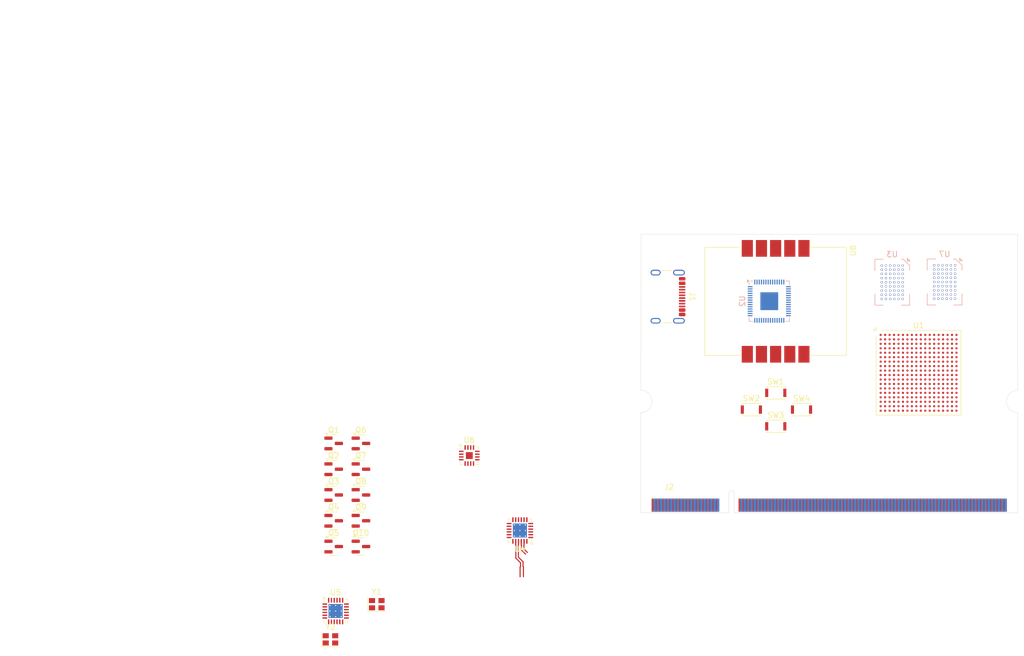
<source format=kicad_pcb>
(kicad_pcb (version 20241229) (generator "pcbnew") (generator_version "9.0")
  (layers (0 "F.Cu" signal) (4 "In1.Cu" signal) (6 "In2.Cu" signal) (8 "In3.Cu" signal) (10 "In4.Cu" signal) (2 "B.Cu" signal) (13 "F.Paste" user) (15 "B.Paste" user) (5 "F.SilkS" user "F.Silkscreen") (7 "B.SilkS" user "B.Silkscreen") (1 "F.Mask" user) (3 "B.Mask" user) (25 "Edge.Cuts" user))
  (net 0 "")
  (net 1 "Net-(U1B-VDD_WA-PadN5)")
  (net 2 "Net-(U1G-VDD-PadF9)")
  (net 4 "Net-(U1D-VDD_EB-PadA16)")
  (net 6 "Net-(U1C-VDD_NA-PadA5)")
  (net 16 "Net-(U1C-VDD_NB-PadB10)")
  (net 19 "Net-(U1F-VDD_WC-PadA2)")
  (net 32 "Net-(U1D-VDD_EA-PadG14)")
  (net 38 "Net-(U1E-VDD_SA-PadP10)")
  (net 52 "Net-(U1E-VDD_SB-PadN11)")
  (net 67 "Net-(U1F-VDD_WB-PadH5)")
  (net 74 "Net-(U1G-VDD_SER-PadU12)")
  (net 135 "Net-(U2-IOVDD-Pad1)")
  (net 140 "Net-(U2-DVDD-Pad23)")
  (net 186 "Net-(J1-VBUS-PadA4)")
  (net 210 "/Root/ETHERNET1/RXP")
  (net 215 "/Root/ETHERNET/TXN")
  (net 221 "/Root/ETHERNET/LED1{slash}REGOFF")
  (net 225 "/Root/ETHERNET/TXP")
  (net 264 "/Root/ETHERNET1/TXN")
  (net 282 "/Root/ETHERNET1/TXP")
  (net 293 "/Root/ETHERNET/LED2{slash}~{INTSEL}")
  (net 334 "/Root/ETHERNET1/RXN")
  (net 347 "/Root/ETHERNET1/LED1{slash}REGOFF")
  (net 348 "/Root/ETHERNET/RXP")
  (net 363 "/Root/ETHERNET1/LED2{slash}~{INTSEL}")
  (net 370 "/Root/ETHERNET/RXN")
  (net 385 "GND")
  (net 386 "+1V8")
  (net 387 "/Root/ETHERNET/~{INT}{slash}REFCLKO")
  (net 388 "/Root/ETHERNET/RXER{slash}PHYAD0")
  (net 389 "/Root/ETHERNET/MDIO")
  (net 390 "/Root/ETHERNET/CRS_DV{slash}MODE2")
  (net 391 "/Root/ETHERNET/RXD0{slash}MODE0")
  (net 392 "/Root/ETHERNET/RXD1{slash}MODE1")
  (net 393 "/Root/ETHERNET/MDC")
  (net 394 "+1V2")
  (net 395 "/Root/ETHERNET/~{RST}")
  (net 396 "+3V3A")
  (net 397 "/Root/ETHERNET/TXD1")
  (net 398 "/Root/ETHERNET/TXD0")
  (net 399 "/Root/ETHERNET/TXEN")
  (net 400 "Net-(U4-RBIAS)")
  (net 401 "/Root/ETHERNET1/MDIO")
  (net 402 "/Root/ETHERNET1/TXEN")
  (net 404 "/Root/ETHERNET1/MDC")
  (net 405 "/Root/ETHERNET1/CRS_DV{slash}MODE2")
  (net 406 "/Root/ETHERNET1/~{RST}")
  (net 407 "/Root/ETHERNET1/RXER{slash}PHYAD0")
  (net 408 "/Root/ETHERNET1/~{INT}{slash}REFCLKO")
  (net 409 "/Root/ETHERNET1/RXD1{slash}MODE1")
  (net 410 "/Root/ETHERNET1/TXD0")
  (net 411 "/Root/ETHERNET1/TXD1")
  (net 412 "Net-(U4-LED2{slash}~{INTSEL})")
  (net 413 "/Root/ETHERNET1/RXD0{slash}MODE0")
  (net 414 "Net-(U4-XTAL1{slash}CLKIN)")
  (net 415 "Net-(U4-LED1{slash}REGOFF)")
  (net 416 "Net-(Y1-OUT)")
  (net 417 "Net-(Y2-OUT)")
  (net 418 "unconnected-(U3-NC-PadJ5)")
  (net 419 "unconnected-(U3-NC-PadJ6)")
  (net 420 "unconnected-(U3-NC-PadJ4)")
  (net 421 "unconnected-(U3-NC-PadE3)")
  (net 422 "Net-(U5-RBIAS)")
  (net 424 "Net-(U5-LED2{slash}~{INTSEL})")
  (net 425 "Net-(U5-XTAL1{slash}CLKIN)")
  (net 426 "Net-(U5-LED1{slash}REGOFF)")
  (net 427 "Net-(U6-GND-Pad11)")
  (net 432 "Net-(U6-VDD-Pad7)")
  (net 441 "unconnected-(U7-NC-PadJ4)")
  (net 442 "unconnected-(U7-NC-PadE3)")
  (net 443 "unconnected-(U7-NC-PadJ5)")
  (net 444 "unconnected-(U7-NC-PadJ6)")
  (net 445 "/Root/FPGA/A17")
  (net 446 "/Root/FPGA/A18")
  (net 447 "/Root/FPGA/A3")
  (net 448 "/Root/FPGA/A0")
  (net 449 "/Root/FPGA/A11")
  (net 450 "/Root/FPGA/A13")
  (net 451 "/Root/FPGA/A10")
  (net 452 "/Root/FPGA/A12")
  (net 453 "/Root/FPGA/A15")
  (net 454 "/Root/FPGA/A2")
  (net 455 "/Root/FPGA/A14")
  (net 456 "/Root/FPGA/A20")
  (net 457 "/Root/FPGA/A9")
  (net 458 "/Root/FPGA/A19")
  (net 459 "/Root/FPGA/A6")
  (net 460 "/Root/FPGA/A4")
  (net 461 "/Root/FPGA/A16")
  (net 462 "/Root/FPGA/A1")
  (net 463 "/Root/FPGA/A8")
  (net 464 "/Root/FPGA/A7")
  (net 465 "/Root/FPGA/A5")
  (net 466 "/Root/FPGA/DQ12")
  (net 467 "/Root/FPGA/DQ2")
  (net 468 "/Root/FPGA/~{UB}")
  (net 469 "/Root/FPGA/~{ADV}")
  (net 470 "/Root/FPGA/WAIT1")
  (net 471 "/Root/FPGA/DQ3")
  (net 472 "/Root/FPGA/DQ0")
  (net 473 "/Root/FPGA/~{LB}")
  (net 474 "/Root/FPGA/CLK")
  (net 475 "/Root/FPGA/DQ7")
  (net 476 "/Root/FPGA/DQ5")
  (net 477 "/Root/FPGA/WAIT0")
  (net 478 "/Root/FPGA/DQ4")
  (net 479 "/Root/FPGA/DQ15")
  (net 480 "/Root/FPGA/~{WE}")
  (net 481 "/Root/FPGA/DQ14")
  (net 482 "/Root/FPGA/~{OE}")
  (net 483 "/Root/FPGA/DQ9")
  (net 484 "/Root/FPGA/DQ13")
  (net 485 "/Root/FPGA/DQ1")
  (net 486 "/Root/FPGA/~{CE}")
  (net 487 "/Root/FPGA/DQ6")
  (net 488 "/Root/FPGA/CRE")
  (net 489 "/Root/FPGA/DQ10")
  (net 490 "/Root/FPGA/DQ11")
  (net 491 "/Root/FPGA/DQ8")
  (net 492 "Net-(J1-SHIELD)")
  (net 493 "Net-(J1-CC2)")
  (net 494 "Net-(J1-CC1)")
  (net 495 "Net-(Q1-G)")
  (net 496 "Net-(Q1-S)")
  (net 497 "Net-(Q1-D)")
  (net 498 "Net-(Q2-G)")
  (net 499 "Net-(Q2-S)")
  (net 500 "Net-(Q3-G)")
  (net 501 "Net-(Q3-S)")
  (net 502 "Net-(Q4-D)")
  (net 503 "Net-(Q4-S)")
  (net 504 "Net-(Q4-G)")
  (net 505 "Net-(Q5-S)")
  (net 506 "Net-(Q5-D)")
  (net 507 "Net-(Q5-G)")
  (net 508 "Net-(Q6-D)")
  (net 509 "Net-(Q6-S)")
  (net 510 "Net-(Q6-G)")
  (net 511 "Net-(Q7-S)")
  (net 512 "Net-(Q7-G)")
  (net 513 "Net-(Q7-D)")
  (net 514 "Net-(Q8-S)")
  (net 515 "Net-(Q8-G)")
  (net 516 "Net-(Q8-D)")
  (net 517 "Net-(Q9-G)")
  (net 518 "Net-(Q9-D)")
  (net 519 "Net-(Q9-S)")
  (net 520 "Net-(Q10-S)")
  (net 521 "Net-(Q10-G)")
  (net 522 "Net-(Q10-D)")
  (net 523 "/Root/FPGA/IO_WB_A3")
  (net 524 "/Root/FPGA/IO_WB_B3")
  (net 525 "/Root/FPGA/IO_WB_B2")
  (net 526 "/Root/FPGA/IO_WB_A2")
  (footprint "Package_TO_SOT_SMD:SOT-23" (layer "F.Cu") (at 139.9375 130.325)
    (property "Reference" "Q8")
    (property "Value" "BSS138")
  )
  (footprint "Package_TO_SOT_SMD:SOT-23" (layer "F.Cu") (at 135.0475 130.325)
    (property "Reference" "Q3")
    (property "Value" "BSS138")
  )
  (footprint "Package_TO_SOT_SMD:SOT-23" (layer "F.Cu") (at 135.0475 121.075)
    (property "Reference" "Q1")
    (property "Value" "BSS138")
  )
  (footprint "Button_Switch_SMD:SW_SPST_CK_KXT3" (layer "F.Cu") (at 210 115)
    (property "Reference" "SW2")
    (property "Value" "KXT 331 LHS")
  )
  (footprint "Connector_PCBEdge:SODIMM-200_1.8V_Card_edge" (layer "F.Cu") (at 192.325 132.15)
    (property "Reference" "J2")
    (property "Value" "SODIMM-200_Split")
    (fp_line (start -2.15 -20.625) (end -2.15 -24.025) (stroke (width 0.05)) (layer "Edge.Cuts"))
    (fp_line (start -2.15 1.375) (end -2.15 -16.625) (stroke (width 0.05)) (layer "Edge.Cuts"))
    (fp_line (start 13.6 1.375) (end -2.15 1.375) (stroke (width 0.05)) (layer "Edge.Cuts"))
    (fp_line (start 13.6 1.375) (end 13.6 -2.125) (stroke (width 0.05)) (layer "Edge.Cuts"))
    (fp_line (start 14.6 -2.125) (end 14.6 1.375) (stroke (width 0.05)) (layer "Edge.Cuts"))
    (fp_line (start 14.6 1.375) (end 65.45 1.375) (stroke (width 0.05)) (layer "Edge.Cuts"))
    (fp_line (start 65.45 -20.625) (end 65.45 -24.025) (stroke (width 0.05)) (layer "Edge.Cuts"))
    (fp_line (start 65.45 1.375) (end 65.45 -16.625) (stroke (width 0.05)) (layer "Edge.Cuts"))
    (fp_arc (start -2.15 -20.625) (mid -0.15 -18.625) (end -2.15 -16.625) (stroke (width 0.05)) (layer "Edge.Cuts"))
    (fp_arc (start 13.6 -2.125) (mid 14.1 -2.625) (end 14.6 -2.125) (stroke (width 0.05)) (layer "Edge.Cuts"))
    (fp_arc (start 65.45 -16.625) (mid 63.45 -18.625) (end 65.45 -20.625) (stroke (width 0.05)) (layer "Edge.Cuts"))
  )
  (footprint "Package_TO_SOT_SMD:SOT-23" (layer "F.Cu") (at 135.0475 134.95)
    (property "Reference" "Q4")
    (property "Value" "BSS138")
  )
  (footprint "Package_TO_SOT_SMD:SOT-23" (layer "F.Cu") (at 139.9375 139.575)
    (property "Reference" "Q10")
    (property "Value" "BSS138")
  )
  (footprint "Package_TO_SOT_SMD:SOT-23" (layer "F.Cu") (at 139.9375 134.95)
    (property "Reference" "Q9")
    (property "Value" "BSS138")
  )
  (footprint "Package_TO_SOT_SMD:SOT-23" (layer "F.Cu") (at 135.0475 125.7)
    (property "Reference" "Q2")
    (property "Value" "BSS138")
  )
  (footprint "Package_TO_SOT_SMD:SOT-23" (layer "F.Cu") (at 135.0475 139.575)
    (property "Reference" "Q5")
    (property "Value" "BSS138")
  )
  (footprint "Button_Switch_SMD:SW_SPST_CK_KXT3" (layer "F.Cu") (at 219 115)
    (property "Reference" "SW4")
    (property "Value" "KXT 331 LHS")
  )
  (footprint "Package_DFN_QFN:TQFN-16-1EP_3x3mm_P0.5mm_EP1.23x1.23mm" (layer "F.Cu") (at 159.3875 123.25)
    (property "Reference" "U6")
    (property "Value" "MAX98357B")
  )
  (footprint "Package_BGA:BGA-324_15.0x15.0mm_Layout18x18_P0.8mm_Ball0.45mm_Pad0.4mm_NSMD" (layer "F.Cu") (at 240 108.4)
    (property "Reference" "U1")
    (property "Value" "CCGM1A1")
  )
  (footprint "Package_DFN_QFN:VQFN-24-1EP_4x4mm_P0.5mm_EP2.5x2.5mm_ThermalVias" (layer "F.Cu") (at 135.4 151.15)
    (property "Reference" "U5")
    (property "Value" "LAN8742A-CZ-TR")
  )
  (footprint "Connector_USB:USB_C_Receptacle_GCT_USB4105-xx-A_16P_TopMnt_Horizontal" (layer "F.Cu") (at 193.895 94.74 -90)
    (property "Reference" "J1")
    (property "Value" "USB4105-GF-A")
  )
  (footprint "Package_TO_SOT_SMD:SOT-23" (layer "F.Cu") (at 139.9375 125.7)
    (property "Reference" "Q7")
    (property "Value" "BSS138")
  )
  (footprint "Button_Switch_SMD:SW_SPST_CK_KXT3" (layer "F.Cu") (at 214.375 118)
    (property "Reference" "SW3")
    (property "Value" "KXT 331 LHS")
  )
  (footprint "Package_TO_SOT_SMD:SOT-23" (layer "F.Cu") (at 139.9375 121.075)
    (property "Reference" "Q6")
    (property "Value" "BSS138")
  )
  (footprint "Oscillator:Oscillator_SMD_SeikoEpson_SG210-4Pin_2.5x2.0mm" (layer "F.Cu") (at 142.78 149.92)
    (property "Reference" "Y1")
    (property "Value" "SG-210STF 25.0000ML0")
  )
  (footprint "Display:HDSM-541B_HDSM-543B" (layer "F.Cu") (at 214.35 95.575 -90)
    (property "Reference" "U8")
    (property "Value" "HDSM-543B")
  )
  (footprint "Package_DFN_QFN:VQFN-24-1EP_4x4mm_P0.5mm_EP2.5x2.5mm_ThermalVias" (layer "F.Cu") (at 168.4625 136.7 180)
    (property "Reference" "U4")
    (property "Value" "LAN8742A-CZ-TR")
  )
  (footprint "Button_Switch_SMD:SW_SPST_CK_KXT3" (layer "F.Cu") (at 214.375 112)
    (property "Reference" "SW1")
    (property "Value" "KXT 331 LHS")
  )
  (footprint "Oscillator:Oscillator_SMD_SeikoEpson_SG210-4Pin_2.5x2.0mm" (layer "F.Cu") (at 134.47 156.23)
    (property "Reference" "Y2")
    (property "Value" "SG-210STF 25.0000ML0")
  )
  (footprint "Package_DFN_QFN:QFN-56-1EP_7x7mm_P0.4mm_EP3.2x3.2mm" (layer "B.Cu") (at 213.2125 95.55 -90)
    (property "Reference" "U2")
    (property "Value" "RP2040")
  )
  (footprint "Project_Library:BGA-54_6x9_6.0x8.0mm" (layer "B.Cu") (at 235.275 92.15 180)
    (property "Reference" "U3")
    (property "Value" "IS66WVC2M16EALL-7010BLI")
  )
  (footprint "Project_Library:BGA-54_6x9_6.0x8.0mm" (layer "B.Cu") (at 244.675 92.1075 180)
    (property "Reference" "U7")
    (property "Value" "IS66WVC2M16EALL-7010BLI")
  )
  (gr_line (start 257.8 83.525) (end 190.2 83.525) (stroke (width 0.05)) (layer "Edge.Cuts"))
  (gr_line (start 190.175 108.125) (end 190.2 83.525) (stroke (width 0.05)) (layer "Edge.Cuts"))
  (gr_line (start 257.775 108.125) (end 257.8 83.525) (stroke (width 0.05)) (layer "Edge.Cuts"))
  (segment (start 168.575 142.493198) (end 168.575 143.162499) (width 0.2) (layer "F.Cu") (net 215))
  (segment (start 167.7125 138.6375) (end 167.7125 139.293751) (width 0.2) (layer "F.Cu") (net 215))
  (segment (start 167.7125 139.293751) (end 167.7375 139.318751) (width 0.2) (layer "F.Cu") (net 215))
  (segment (start 168.575 143.162499) (end 168.5 143.237499) (width 0.2) (layer "F.Cu") (net 215))
  (segment (start 167.7375 139.318751) (end 167.7375 141.655698) (width 0.2) (layer "F.Cu") (net 215))
  (segment (start 167.7375 141.655698) (end 168.575 142.493198) (width 0.2) (layer "F.Cu") (net 215))
  (segment (start 168.5 143.237499) (end 168.5 145) (width 0.2) (layer "F.Cu") (net 215))
  (segment (start 168.1875 141.469302) (end 169.025 142.306802) (width 0.2) (layer "F.Cu") (net 225))
  (segment (start 169.1 143.237499) (end 169.1 145) (width 0.2) (layer "F.Cu") (net 225))
  (segment (start 168.2125 138.6375) (end 168.2125 139.293751) (width 0.2) (layer "F.Cu") (net 225))
  (segment (start 168.1875 139.318751) (end 168.1875 141.469302) (width 0.2) (layer "F.Cu") (net 225))
  (segment (start 168.2125 139.293751) (end 168.1875 139.318751) (width 0.2) (layer "F.Cu") (net 225))
  (segment (start 169.025 143.162499) (end 169.1 143.237499) (width 0.2) (layer "F.Cu") (net 225))
  (segment (start 169.025 142.306802) (end 169.025 143.162499) (width 0.2) (layer "F.Cu") (net 225))
  (segment (start 169.2125 139.293751) (end 169.1875 139.318751) (width 0.2) (layer "F.Cu") (net 348))
  (segment (start 169.2125 138.6375) (end 169.2125 139.293751) (width 0.2) (layer "F.Cu") (net 348))
  (segment (start 169.1875 140.019302) (end 169.809099 140.640901) (width 0.2) (layer "F.Cu") (net 348))
  (segment (start 169.1875 139.318751) (end 169.1875 140.019302) (width 0.2) (layer "F.Cu") (net 348))
  (segment (start 168.7125 139.293751) (end 168.7375 139.318751) (width 0.2) (layer "F.Cu") (net 370))
  (segment (start 168.7125 138.6375) (end 168.7125 139.293751) (width 0.2) (layer "F.Cu") (net 370))
  (segment (start 168.7375 140.205698) (end 169.490901 140.959099) (width 0.2) (layer "F.Cu") (net 370))
  (segment (start 168.7375 139.318751) (end 168.7375 140.205698) (width 0.2) (layer "F.Cu") (net 370))
  (via (at 237.15 91.4) (size 0.4) (drill 0.3) (layers "F.Cu" "B.Cu") (net 385))
  (via (at 233.4 92.15) (size 0.4) (drill 0.3) (layers "F.Cu" "B.Cu") (net 385))
  (via (at 242.8 92.1075) (size 0.4) (drill 0.3) (layers "F.Cu" "B.Cu") (net 385))
  (via (at 246.55 91.3575) (size 0.4) (drill 0.3) (layers "F.Cu" "B.Cu") (net 385))
  (via (at 233.4 91.4) (size 0.4) (drill 0.3) (layers "F.Cu" "B.Cu") (net 386))
  (via (at 237.15 92.15) (size 0.4) (drill 0.3) (layers "F.Cu" "B.Cu") (net 386))
  (via (at 246.55 92.1075) (size 0.4) (drill 0.3) (layers "F.Cu" "B.Cu") (net 386))
  (via (at 242.8 91.3575) (size 0.4) (drill 0.3) (layers "F.Cu" "B.Cu") (net 386))
  (via (at 234.15 95.15) (size 0.4) (drill 0.3) (layers "F.Cu" "B.Cu") (net 418))
  (via (at 233.4 95.15) (size 0.4) (drill 0.3) (layers "F.Cu" "B.Cu") (net 419))
  (via (at 234.9 95.15) (size 0.4) (drill 0.3) (layers "F.Cu" "B.Cu") (net 420))
  (via (at 235.65 92.15) (size 0.4) (drill 0.3) (layers "F.Cu" "B.Cu") (net 421))
  (via (at 244.3 95.1075) (size 0.4) (drill 0.3) (layers "F.Cu" "B.Cu") (net 441))
  (via (at 245.05 92.1075) (size 0.4) (drill 0.3) (layers "F.Cu" "B.Cu") (net 442))
  (via (at 243.55 95.1075) (size 0.4) (drill 0.3) (layers "F.Cu" "B.Cu") (net 443))
  (via (at 242.8 95.1075) (size 0.4) (drill 0.3) (layers "F.Cu" "B.Cu") (net 444))
  (via (at 245.05 91.3575) (size 0.4) (drill 0.3) (layers "F.Cu" "B.Cu") (net 445))
  (via (at 235.65 91.4) (size 0.4) (drill 0.3) (layers "F.Cu" "B.Cu") (net 445))
  (via (at 237.15 94.4) (size 0.4) (drill 0.3) (layers "F.Cu" "B.Cu") (net 446))
  (via (at 246.55 94.3575) (size 0.4) (drill 0.3) (layers "F.Cu" "B.Cu") (net 446))
  (via (at 245.05 89.8575) (size 0.4) (drill 0.3) (layers "F.Cu" "B.Cu") (net 447))
  (via (at 235.65 89.9) (size 0.4) (drill 0.3) (layers "F.Cu" "B.Cu") (net 447))
  (via (at 235.65 89.15) (size 0.4) (drill 0.3) (layers "F.Cu" "B.Cu") (net 448))
  (via (at 245.05 89.1075) (size 0.4) (drill 0.3) (layers "F.Cu" "B.Cu") (net 448))
  (via (at 243.55 94.3575) (size 0.4) (drill 0.3) (layers "F.Cu" "B.Cu") (net 449))
  (via (at 234.15 94.4) (size 0.4) (drill 0.3) (layers "F.Cu" "B.Cu") (net 449))
  (via (at 244.3 93.6075) (size 0.4) (drill 0.3) (layers "F.Cu" "B.Cu") (net 450))
  (via (at 234.9 93.65) (size 0.4) (drill 0.3) (layers "F.Cu" "B.Cu") (net 450))
  (via (at 234.9 94.4) (size 0.4) (drill 0.3) (layers "F.Cu" "B.Cu") (net 451))
  (via (at 244.3 94.3575) (size 0.4) (drill 0.3) (layers "F.Cu" "B.Cu") (net 451))
  (via (at 245.05 93.6075) (size 0.4) (drill 0.3) (layers "F.Cu" "B.Cu") (net 452))
  (via (at 235.65 93.65) (size 0.4) (drill 0.3) (layers "F.Cu" "B.Cu") (net 452))
  (via (at 244.3 92.8575) (size 0.4) (drill 0.3) (layers "F.Cu" "B.Cu") (net 453))
  (via (at 234.9 92.9) (size 0.4) (drill 0.3) (layers "F.Cu" "B.Cu") (net 453))
  (via (at 243.55 89.1075) (size 0.4) (drill 0.3) (layers "F.Cu" "B.Cu") (net 454))
  (via (at 234.15 89.15) (size 0.4) (drill 0.3) (layers "F.Cu" "B.Cu") (net 454))
  (via (at 245.05 92.8575) (size 0.4) (drill 0.3) (layers "F.Cu" "B.Cu") (net 455))
  (via (at 235.65 92.9) (size 0.4) (drill 0.3) (layers "F.Cu" "B.Cu") (net 455))
  (via (at 242.8 94.3575) (size 0.4) (drill 0.3) (layers "F.Cu" "B.Cu") (net 456))
  (via (at 233.4 94.4) (size 0.4) (drill 0.3) (layers "F.Cu" "B.Cu") (net 456))
  (via (at 245.05 94.3575) (size 0.4) (drill 0.3) (layers "F.Cu" "B.Cu") (net 457))
  (via (at 235.65 94.4) (size 0.4) (drill 0.3) (layers "F.Cu" "B.Cu") (net 457))
  (via (at 236.4 93.65) (size 0.4) (drill 0.3) (layers "F.Cu" "B.Cu") (net 458))
  (via (at 245.8 93.6075) (size 0.4) (drill 0.3) (layers "F.Cu" "B.Cu") (net 458))
  (via (at 234.9 90.65) (size 0.4) (drill 0.3) (layers "F.Cu" "B.Cu") (net 459))
  (via (at 244.3 90.6075) (size 0.4) (drill 0.3) (layers "F.Cu" "B.Cu") (net 459))
  (via (at 234.9 89.9) (size 0.4) (drill 0.3) (layers "F.Cu" "B.Cu") (net 460))
  (via (at 244.3 89.8575) (size 0.4) (drill 0.3) (layers "F.Cu" "B.Cu") (net 460))
  (via (at 234.9 92.15) (size 0.4) (drill 0.3) (layers "F.Cu" "B.Cu") (net 461))
  (via (at 244.3 92.1075) (size 0.4) (drill 0.3) (layers "F.Cu" "B.Cu") (net 461))
  (via (at 244.3 89.1075) (size 0.4) (drill 0.3) (layers "F.Cu" "B.Cu") (net 462))
  (via (at 234.9 89.15) (size 0.4) (drill 0.3) (layers "F.Cu" "B.Cu") (net 462))
  (via (at 245.8 94.3575) (size 0.4) (drill 0.3) (layers "F.Cu" "B.Cu") (net 463))
  (via (at 236.4 94.4) (size 0.4) (drill 0.3) (layers "F.Cu" "B.Cu") (net 463))
  (via (at 244.3 91.3575) (size 0.4) (drill 0.3) (layers "F.Cu" "B.Cu") (net 464))
  (via (at 234.9 91.4) (size 0.4) (drill 0.3) (layers "F.Cu" "B.Cu") (net 464))
  (via (at 245.05 90.6075) (size 0.4) (drill 0.3) (layers "F.Cu" "B.Cu") (net 465))
  (via (at 235.65 90.65) (size 0.4) (drill 0.3) (layers "F.Cu" "B.Cu") (net 465))
  (via (at 245.8 92.1075) (size 0.4) (drill 0.3) (layers "F.Cu" "B.Cu") (net 466))
  (via (at 236.4 92.15) (size 0.4) (drill 0.3) (layers "F.Cu" "B.Cu") (net 466))
  (via (at 242.8 90.6075) (size 0.4) (drill 0.3) (layers "F.Cu" "B.Cu") (net 467))
  (via (at 233.4 90.65) (size 0.4) (drill 0.3) (layers "F.Cu" "B.Cu") (net 467))
  (via (at 245.8 89.8575) (size 0.4) (drill 0.3) (layers "F.Cu" "B.Cu") (net 468))
  (via (at 236.4 89.9) (size 0.4) (drill 0.3) (layers "F.Cu" "B.Cu") (net 468))
  (via (at 245.05 95.1075) (size 0.4) (drill 0.3) (layers "F.Cu" "B.Cu") (net 469))
  (via (at 235.65 95.15) (size 0.4) (drill 0.3) (layers "F.Cu" "B.Cu") (net 469))
  (via (at 246.55 95.1075) (size 0.4) (drill 0.3) (layers "F.Cu" "B.Cu") (net 470))
  (via (at 234.15 91.4) (size 0.4) (drill 0.3) (layers "F.Cu" "B.Cu") (net 471))
  (via (at 243.55 91.3575) (size 0.4) (drill 0.3) (layers "F.Cu" "B.Cu") (net 471))
  (via (at 233.4 89.9) (size 0.4) (drill 0.3) (layers "F.Cu" "B.Cu") (net 472))
  (via (at 242.8 89.8575) (size 0.4) (drill 0.3) (layers "F.Cu" "B.Cu") (net 472))
  (via (at 246.55 89.1075) (size 0.4) (drill 0.3) (layers "F.Cu" "B.Cu") (net 473))
  (via (at 237.15 89.15) (size 0.4) (drill 0.3) (layers "F.Cu" "B.Cu") (net 473))
  (via (at 245.8 95.1075) (size 0.4) (drill 0.3) (layers "F.Cu" "B.Cu") (net 474))
  (via (at 236.4 95.15) (size 0.4) (drill 0.3) (layers "F.Cu" "B.Cu") (net 474))
  (via (at 242.8 93.6075) (size 0.4) (drill 0.3) (layers "F.Cu" "B.Cu") (net 475))
  (via (at 233.4 93.65) (size 0.4) (drill 0.3) (layers "F.Cu" "B.Cu") (net 475))
  (via (at 243.55 92.8575) (size 0.4) (drill 0.3) (layers "F.Cu" "B.Cu") (net 476))
  (via (at 234.15 92.9) (size 0.4) (drill 0.3) (layers "F.Cu" "B.Cu") (net 476))
  (via (at 237.15 95.15) (size 0.4) (drill 0.3) (layers "F.Cu" "B.Cu") (net 477))
  (via (at 243.55 92.1075) (size 0.4) (drill 0.3) (layers "F.Cu" "B.Cu") (net 478))
  (via (at 234.15 92.15) (size 0.4) (drill 0.3) (layers "F.Cu" "B.Cu") (net 478))
  (via (at 237.15 93.65) (size 0.4) (drill 0.3) (layers "F.Cu" "B.Cu") (net 479))
  (via (at 246.55 93.6075) (size 0.4) (drill 0.3) (layers "F.Cu" "B.Cu") (net 479))
  (via (at 234.15 93.65) (size 0.4) (drill 0.3) (layers "F.Cu" "B.Cu") (net 480))
  (via (at 243.55 93.6075) (size 0.4) (drill 0.3) (layers "F.Cu" "B.Cu") (net 480))
  (via (at 246.55 92.8575) (size 0.4) (drill 0.3) (layers "F.Cu" "B.Cu") (net 481))
  (via (at 237.15 92.9) (size 0.4) (drill 0.3) (layers "F.Cu" "B.Cu") (net 481))
  (via (at 236.4 89.15) (size 0.4) (drill 0.3) (layers "F.Cu" "B.Cu") (net 482))
  (via (at 245.8 89.1075) (size 0.4) (drill 0.3) (layers "F.Cu" "B.Cu") (net 482))
  (via (at 246.55 90.6075) (size 0.4) (drill 0.3) (layers "F.Cu" "B.Cu") (net 483))
  (via (at 237.15 90.65) (size 0.4) (drill 0.3) (layers "F.Cu" "B.Cu") (net 483))
  (via (at 245.8 92.8575) (size 0.4) (drill 0.3) (layers "F.Cu" "B.Cu") (net 484))
  (via (at 236.4 92.9) (size 0.4) (drill 0.3) (layers "F.Cu" "B.Cu") (net 484))
  (via (at 234.15 90.65) (size 0.4) (drill 0.3) (layers "F.Cu" "B.Cu") (net 485))
  (via (at 243.55 90.6075) (size 0.4) (drill 0.3) (layers "F.Cu" "B.Cu") (net 485))
  (via (at 234.15 89.9) (size 0.4) (drill 0.3) (layers "F.Cu" "B.Cu") (net 486))
  (via (at 243.55 89.8575) (size 0.4) (drill 0.3) (layers "F.Cu" "B.Cu") (net 486))
  (via (at 233.4 92.9) (size 0.4) (drill 0.3) (layers "F.Cu" "B.Cu") (net 487))
  (via (at 242.8 92.8575) (size 0.4) (drill 0.3) (layers "F.Cu" "B.Cu") (net 487))
  (via (at 233.4 89.15) (size 0.4) (drill 0.3) (layers "F.Cu" "B.Cu") (net 488))
  (via (at 242.8 89.1075) (size 0.4) (drill 0.3) (layers "F.Cu" "B.Cu") (net 488))
  (via (at 245.8 90.6075) (size 0.4) (drill 0.3) (layers "F.Cu" "B.Cu") (net 489))
  (via (at 236.4 90.65) (size 0.4) (drill 0.3) (layers "F.Cu" "B.Cu") (net 489))
  (via (at 245.8 91.3575) (size 0.4) (drill 0.3) (layers "F.Cu" "B.Cu") (net 490))
  (via (at 236.4 91.4) (size 0.4) (drill 0.3) (layers "F.Cu" "B.Cu") (net 490))
  (via (at 237.15 89.9) (size 0.4) (drill 0.3) (layers "F.Cu" "B.Cu") (net 491))
  (via (at 246.55 89.8575) (size 0.4) (drill 0.3) (layers "F.Cu" "B.Cu") (net 491))
)
</source>
